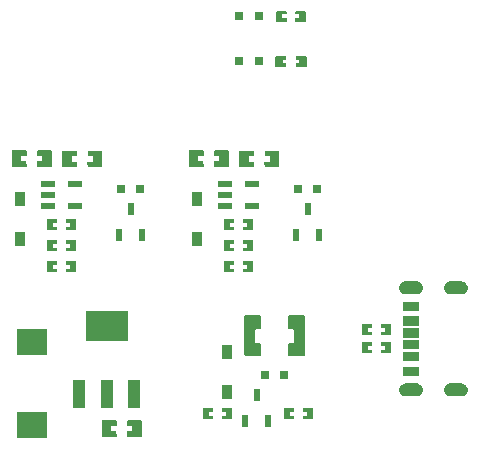
<source format=gtp>
G04 Layer: TopPasteMaskLayer*
G04 Panelize: Stamp Hole, Column: 2, Row: 2, Board Size: 58.42mm x 58.42mm, Panelized Board Size: 122.84mm x 122.84mm*
G04 EasyEDA v6.5.38, 2023-12-21 15:28:39*
G04 fd97eb0cb9c34c2b97cff67de17a6c99,5a6b42c53f6a479593ecc07194224c93,10*
G04 Gerber Generator version 0.2*
G04 Scale: 100 percent, Rotated: No, Reflected: No *
G04 Dimensions in millimeters *
G04 leading zeros omitted , absolute positions ,4 integer and 5 decimal *
%FSLAX45Y45*%
%MOMM*%

%AMMACRO1*21,1,$1,$2,0,0,$3*%
%ADD10R,0.9500X1.2000*%
%ADD11R,0.5320X1.0375*%
%ADD12R,0.8000X0.8000*%
%ADD13R,1.1570X0.4900*%
%ADD14R,1.1750X0.4900*%
%ADD15MACRO1,2.5921X2.2075X0.0000*%
%ADD16R,2.5920X2.2075*%
%ADD17R,1.0500X2.4650*%
%ADD18MACRO1,3.54X2.4651X0.0000*%
%ADD19C,0.0170*%

%LPD*%
G36*
X2631490Y2230018D02*
G01*
X2626512Y2224989D01*
X2626512Y2097024D01*
X2631490Y2091994D01*
X2746502Y2091994D01*
X2751480Y2097024D01*
X2750972Y2138984D01*
X2706979Y2138984D01*
X2706979Y2183993D01*
X2751988Y2183993D01*
X2751480Y2224989D01*
X2746502Y2230018D01*
G37*
G36*
X2846476Y2230018D02*
G01*
X2841498Y2224989D01*
X2842006Y2183993D01*
X2885998Y2183993D01*
X2885998Y2138984D01*
X2841498Y2138984D01*
X2841498Y2097024D01*
X2846476Y2091994D01*
X2961487Y2091994D01*
X2966516Y2097024D01*
X2966516Y2224989D01*
X2961487Y2230018D01*
G37*
G36*
X4268622Y5696508D02*
G01*
X4263593Y5691479D01*
X4263593Y5668721D01*
X4300575Y5668721D01*
X4300575Y5635701D01*
X4263593Y5635701D01*
X4263593Y5611520D01*
X4268622Y5606491D01*
X4348581Y5606491D01*
X4353610Y5611520D01*
X4353610Y5691479D01*
X4348581Y5696508D01*
G37*
G36*
X4109618Y5696508D02*
G01*
X4104589Y5691479D01*
X4104589Y5611520D01*
X4109618Y5606491D01*
X4188612Y5606491D01*
X4193590Y5611520D01*
X4193590Y5635701D01*
X4155592Y5635701D01*
X4155592Y5668721D01*
X4193590Y5668721D01*
X4193590Y5691479D01*
X4188612Y5696508D01*
G37*
G36*
X2166518Y3931208D02*
G01*
X2161489Y3926179D01*
X2161489Y3846220D01*
X2166518Y3841191D01*
X2246477Y3841191D01*
X2251506Y3846220D01*
X2251506Y3868978D01*
X2214473Y3868978D01*
X2214473Y3901998D01*
X2251506Y3901998D01*
X2251506Y3926179D01*
X2246477Y3931208D01*
G37*
G36*
X2326487Y3931208D02*
G01*
X2321509Y3926179D01*
X2321509Y3901998D01*
X2359507Y3901998D01*
X2359507Y3868978D01*
X2321509Y3868978D01*
X2321509Y3846220D01*
X2326487Y3841191D01*
X2405481Y3841191D01*
X2410510Y3846220D01*
X2410510Y3926179D01*
X2405481Y3931208D01*
G37*
G36*
X3665067Y3931208D02*
G01*
X3660089Y3926179D01*
X3660089Y3846169D01*
X3665067Y3841191D01*
X3745077Y3841191D01*
X3750106Y3846169D01*
X3750106Y3868978D01*
X3713073Y3868978D01*
X3713073Y3901998D01*
X3750106Y3901998D01*
X3750106Y3926179D01*
X3745077Y3931208D01*
G37*
G36*
X3825087Y3931208D02*
G01*
X3820109Y3926179D01*
X3820109Y3901998D01*
X3858107Y3901998D01*
X3858107Y3868978D01*
X3820109Y3868978D01*
X3820109Y3846169D01*
X3825087Y3841191D01*
X3904081Y3841191D01*
X3909110Y3846169D01*
X3909110Y3926179D01*
X3904081Y3931208D01*
G37*
G36*
X1869490Y4516018D02*
G01*
X1864512Y4510989D01*
X1864512Y4382973D01*
X1869490Y4377994D01*
X1984502Y4377994D01*
X1989480Y4382973D01*
X1988972Y4424984D01*
X1944979Y4424984D01*
X1944979Y4469993D01*
X1989988Y4469993D01*
X1989480Y4510989D01*
X1984502Y4516018D01*
G37*
G36*
X2084476Y4516018D02*
G01*
X2079498Y4510989D01*
X2080006Y4469993D01*
X2123998Y4469993D01*
X2123998Y4424984D01*
X2079498Y4424984D01*
X2079498Y4382973D01*
X2084476Y4377994D01*
X2199487Y4377994D01*
X2204516Y4382973D01*
X2204516Y4510989D01*
X2199487Y4516018D01*
G37*
G36*
X2511298Y4512005D02*
G01*
X2506319Y4506976D01*
X2506776Y4464964D01*
X2550820Y4464964D01*
X2550820Y4420006D01*
X2505811Y4420006D01*
X2506319Y4379010D01*
X2511298Y4373981D01*
X2626309Y4373981D01*
X2631287Y4379010D01*
X2631287Y4506976D01*
X2626309Y4512005D01*
G37*
G36*
X2296312Y4512005D02*
G01*
X2291283Y4506976D01*
X2291283Y4379010D01*
X2296312Y4373981D01*
X2411272Y4373981D01*
X2416302Y4379010D01*
X2415794Y4420006D01*
X2371801Y4420006D01*
X2371801Y4464964D01*
X2416302Y4464964D01*
X2416302Y4506976D01*
X2411272Y4512005D01*
G37*
G36*
X2325522Y3753408D02*
G01*
X2320493Y3748379D01*
X2320493Y3725570D01*
X2357475Y3725570D01*
X2357475Y3692601D01*
X2320493Y3692601D01*
X2320493Y3668369D01*
X2325522Y3663391D01*
X2405481Y3663391D01*
X2410510Y3668369D01*
X2410510Y3748379D01*
X2405481Y3753408D01*
G37*
G36*
X2166518Y3753408D02*
G01*
X2161489Y3748379D01*
X2161489Y3668369D01*
X2166518Y3663391D01*
X2245512Y3663391D01*
X2250490Y3668369D01*
X2250490Y3692601D01*
X2212492Y3692601D01*
X2212492Y3725570D01*
X2250490Y3725570D01*
X2250490Y3748379D01*
X2245512Y3753408D01*
G37*
G36*
X2166467Y3575608D02*
G01*
X2161489Y3570579D01*
X2161489Y3490620D01*
X2166467Y3485591D01*
X2246477Y3485591D01*
X2251506Y3490620D01*
X2251506Y3513378D01*
X2214473Y3513378D01*
X2214473Y3546398D01*
X2251506Y3546398D01*
X2251506Y3570579D01*
X2246477Y3575608D01*
G37*
G36*
X2326487Y3575608D02*
G01*
X2321509Y3570579D01*
X2321509Y3546398D01*
X2359507Y3546398D01*
X2359507Y3513378D01*
X2321509Y3513378D01*
X2321509Y3490620D01*
X2326487Y3485591D01*
X2405481Y3485591D01*
X2410510Y3490620D01*
X2410510Y3570579D01*
X2405481Y3575608D01*
G37*
G36*
X3665067Y3575608D02*
G01*
X3660089Y3570579D01*
X3660089Y3490569D01*
X3665067Y3485591D01*
X3745077Y3485591D01*
X3750106Y3490569D01*
X3750106Y3513378D01*
X3713073Y3513378D01*
X3713073Y3546398D01*
X3750106Y3546398D01*
X3750106Y3570579D01*
X3745077Y3575608D01*
G37*
G36*
X3825087Y3575608D02*
G01*
X3820109Y3570579D01*
X3820109Y3546398D01*
X3858107Y3546398D01*
X3858107Y3513378D01*
X3820109Y3513378D01*
X3820109Y3490569D01*
X3825087Y3485591D01*
X3904081Y3485591D01*
X3909110Y3490569D01*
X3909110Y3570579D01*
X3904081Y3575608D01*
G37*
G36*
X3824071Y3753408D02*
G01*
X3819093Y3748379D01*
X3819093Y3725570D01*
X3856075Y3725570D01*
X3856075Y3692601D01*
X3819093Y3692601D01*
X3819093Y3668369D01*
X3824071Y3663391D01*
X3904081Y3663391D01*
X3909110Y3668369D01*
X3909110Y3748379D01*
X3904081Y3753408D01*
G37*
G36*
X3665118Y3753408D02*
G01*
X3660089Y3748379D01*
X3660089Y3668369D01*
X3665118Y3663391D01*
X3744112Y3663391D01*
X3749090Y3668369D01*
X3749090Y3692601D01*
X3711092Y3692601D01*
X3711092Y3725570D01*
X3749090Y3725570D01*
X3749090Y3748379D01*
X3744112Y3753408D01*
G37*
G36*
X4009898Y4512005D02*
G01*
X4004868Y4506976D01*
X4005376Y4464964D01*
X4049369Y4464964D01*
X4049369Y4420006D01*
X4004411Y4420006D01*
X4004868Y4378960D01*
X4009898Y4373981D01*
X4124909Y4373981D01*
X4129887Y4378960D01*
X4129887Y4506976D01*
X4124909Y4512005D01*
G37*
G36*
X3794912Y4512005D02*
G01*
X3789883Y4506976D01*
X3789883Y4378960D01*
X3794912Y4373981D01*
X3909872Y4373981D01*
X3914901Y4378960D01*
X3914394Y4420006D01*
X3870401Y4420006D01*
X3870401Y4464964D01*
X3914901Y4464964D01*
X3914901Y4506976D01*
X3909872Y4512005D01*
G37*
G36*
X3368090Y4515967D02*
G01*
X3363061Y4510989D01*
X3363061Y4382973D01*
X3368090Y4377994D01*
X3483101Y4377994D01*
X3488080Y4382973D01*
X3487572Y4424984D01*
X3443579Y4424984D01*
X3443579Y4469993D01*
X3488588Y4469993D01*
X3488080Y4510989D01*
X3483101Y4515967D01*
G37*
G36*
X3583076Y4515967D02*
G01*
X3578098Y4510989D01*
X3578606Y4469993D01*
X3622598Y4469993D01*
X3622598Y4424984D01*
X3578098Y4424984D01*
X3578098Y4382973D01*
X3583076Y4377994D01*
X3698087Y4377994D01*
X3703065Y4382973D01*
X3703065Y4510989D01*
X3698087Y4515967D01*
G37*
G36*
X4099102Y5315508D02*
G01*
X4094073Y5310479D01*
X4094073Y5230520D01*
X4099102Y5225491D01*
X4184091Y5225491D01*
X4189120Y5230520D01*
X4189120Y5255514D01*
X4159097Y5255514D01*
X4159097Y5285486D01*
X4189120Y5285486D01*
X4189120Y5310479D01*
X4184091Y5315508D01*
G37*
G36*
X4274108Y5315508D02*
G01*
X4269079Y5310479D01*
X4269079Y5285486D01*
X4299102Y5285486D01*
X4299102Y5255514D01*
X4269079Y5255514D01*
X4269079Y5230520D01*
X4274108Y5225491D01*
X4359097Y5225491D01*
X4364075Y5230520D01*
X4364075Y5310479D01*
X4359097Y5315508D01*
G37*
G36*
X4992471Y3042208D02*
G01*
X4987493Y3037179D01*
X4987493Y3014421D01*
X5024475Y3014421D01*
X5024475Y2981401D01*
X4987493Y2981401D01*
X4987493Y2957169D01*
X4992471Y2952191D01*
X5072481Y2952191D01*
X5077510Y2957169D01*
X5077510Y3037179D01*
X5072481Y3042208D01*
G37*
G36*
X4833518Y3042208D02*
G01*
X4828489Y3037179D01*
X4828489Y2957169D01*
X4833518Y2952191D01*
X4912512Y2952191D01*
X4917490Y2957169D01*
X4917490Y2981401D01*
X4879492Y2981401D01*
X4879492Y3014421D01*
X4917490Y3014421D01*
X4917490Y3037179D01*
X4912512Y3042208D01*
G37*
G36*
X4992471Y2889808D02*
G01*
X4987493Y2884779D01*
X4987493Y2862021D01*
X5024475Y2862021D01*
X5024475Y2829001D01*
X4987493Y2829001D01*
X4987493Y2804769D01*
X4992471Y2799791D01*
X5072481Y2799791D01*
X5077510Y2804769D01*
X5077510Y2884779D01*
X5072481Y2889808D01*
G37*
G36*
X4833518Y2889808D02*
G01*
X4828489Y2884779D01*
X4828489Y2804769D01*
X4833518Y2799791D01*
X4912512Y2799791D01*
X4917490Y2804769D01*
X4917490Y2829001D01*
X4879492Y2829001D01*
X4879492Y2862021D01*
X4917490Y2862021D01*
X4917490Y2884779D01*
X4912512Y2889808D01*
G37*
G36*
X3646271Y2331008D02*
G01*
X3641293Y2325979D01*
X3641293Y2303170D01*
X3678275Y2303170D01*
X3678275Y2270201D01*
X3641293Y2270201D01*
X3641293Y2245969D01*
X3646271Y2240991D01*
X3726281Y2240991D01*
X3731310Y2245969D01*
X3731310Y2325979D01*
X3726281Y2331008D01*
G37*
G36*
X3487318Y2331008D02*
G01*
X3482289Y2325979D01*
X3482289Y2245969D01*
X3487318Y2240991D01*
X3566312Y2240991D01*
X3571290Y2245969D01*
X3571290Y2270201D01*
X3533292Y2270201D01*
X3533292Y2303170D01*
X3571290Y2303170D01*
X3571290Y2325979D01*
X3566312Y2331008D01*
G37*
G36*
X4332071Y2331008D02*
G01*
X4327093Y2325979D01*
X4327093Y2303170D01*
X4364075Y2303170D01*
X4364075Y2270201D01*
X4327093Y2270201D01*
X4327093Y2245969D01*
X4332071Y2240991D01*
X4412081Y2240991D01*
X4417110Y2245969D01*
X4417110Y2325979D01*
X4412081Y2331008D01*
G37*
G36*
X4173118Y2331008D02*
G01*
X4168089Y2325979D01*
X4168089Y2245969D01*
X4173118Y2240991D01*
X4252112Y2240991D01*
X4257090Y2245969D01*
X4257090Y2270201D01*
X4219092Y2270201D01*
X4219092Y2303170D01*
X4257090Y2303170D01*
X4257090Y2325979D01*
X4252112Y2331008D01*
G37*
G36*
X3843731Y3121355D02*
G01*
X3833723Y3111347D01*
X3833723Y2781452D01*
X3843731Y2771444D01*
X3964381Y2771444D01*
X3974388Y2781452D01*
X3974388Y2876905D01*
X3964381Y2886913D01*
X3936542Y2886913D01*
X3926586Y2896920D01*
X3926586Y2995879D01*
X3936542Y3005886D01*
X3964381Y3005886D01*
X3974388Y3015894D01*
X3974388Y3111347D01*
X3964381Y3121355D01*
G37*
G36*
X4214368Y3121355D02*
G01*
X4204411Y3111347D01*
X4204411Y3015894D01*
X4214368Y3005886D01*
X4242206Y3005886D01*
X4252214Y2995879D01*
X4252214Y2896920D01*
X4242206Y2886913D01*
X4214368Y2886913D01*
X4204411Y2876905D01*
X4204411Y2781452D01*
X4214368Y2771444D01*
X4335068Y2771444D01*
X4345076Y2781452D01*
X4345076Y3111347D01*
X4335068Y3121355D01*
G37*
G36*
X5200650Y3408019D02*
G01*
X5193893Y3407562D01*
X5187238Y3406343D01*
X5183987Y3405428D01*
X5177688Y3402939D01*
X5174640Y3401466D01*
X5168900Y3397910D01*
X5163616Y3393643D01*
X5158892Y3388766D01*
X5154828Y3383381D01*
X5151424Y3377539D01*
X5148783Y3371291D01*
X5146954Y3364788D01*
X5145887Y3358083D01*
X5145684Y3351326D01*
X5145887Y3347923D01*
X5146954Y3341217D01*
X5148783Y3334715D01*
X5151424Y3328466D01*
X5154828Y3322624D01*
X5158892Y3317189D01*
X5163616Y3312363D01*
X5168900Y3308096D01*
X5174640Y3304540D01*
X5180787Y3301695D01*
X5187238Y3299663D01*
X5193893Y3298393D01*
X5200650Y3297986D01*
X5294071Y3298088D01*
X5300776Y3298951D01*
X5307330Y3300577D01*
X5313680Y3303015D01*
X5319623Y3306216D01*
X5325160Y3310128D01*
X5330139Y3314700D01*
X5334558Y3319830D01*
X5338318Y3325520D01*
X5341315Y3331565D01*
X5343601Y3337966D01*
X5345023Y3344570D01*
X5345633Y3351326D01*
X5345430Y3358083D01*
X5344414Y3364788D01*
X5342534Y3371291D01*
X5339892Y3377539D01*
X5336540Y3383381D01*
X5332425Y3388766D01*
X5327751Y3393643D01*
X5322468Y3397910D01*
X5316677Y3401466D01*
X5310530Y3404260D01*
X5307330Y3405428D01*
X5300776Y3407054D01*
X5294071Y3407918D01*
G37*
G36*
X5200650Y2544013D02*
G01*
X5193893Y2543556D01*
X5187238Y2542336D01*
X5183987Y2541422D01*
X5177688Y2538933D01*
X5174640Y2537460D01*
X5168900Y2533904D01*
X5163616Y2529636D01*
X5158892Y2524760D01*
X5154828Y2519375D01*
X5151424Y2513533D01*
X5148783Y2507284D01*
X5146954Y2500782D01*
X5145887Y2494076D01*
X5145684Y2487320D01*
X5145887Y2483916D01*
X5146954Y2477211D01*
X5148783Y2470708D01*
X5151424Y2464460D01*
X5154828Y2458618D01*
X5158892Y2453182D01*
X5163616Y2448356D01*
X5168900Y2444089D01*
X5174640Y2440533D01*
X5180787Y2437688D01*
X5187238Y2435656D01*
X5193893Y2434386D01*
X5200650Y2433980D01*
X5294071Y2434082D01*
X5300776Y2434945D01*
X5307330Y2436571D01*
X5313680Y2439009D01*
X5319623Y2442210D01*
X5325160Y2446121D01*
X5330139Y2450693D01*
X5334558Y2455824D01*
X5338318Y2461514D01*
X5341315Y2467559D01*
X5343601Y2473960D01*
X5345023Y2480564D01*
X5345633Y2487320D01*
X5345430Y2494076D01*
X5344414Y2500782D01*
X5342534Y2507284D01*
X5339892Y2513533D01*
X5336540Y2519375D01*
X5332425Y2524760D01*
X5327751Y2529636D01*
X5322468Y2533904D01*
X5316677Y2537460D01*
X5310530Y2540254D01*
X5307330Y2541422D01*
X5300776Y2543048D01*
X5294071Y2543911D01*
G37*
G36*
X5580684Y2544013D02*
G01*
X5577281Y2543911D01*
X5570575Y2543048D01*
X5564022Y2541422D01*
X5557672Y2538933D01*
X5551728Y2535732D01*
X5548884Y2533904D01*
X5543651Y2529636D01*
X5538927Y2524760D01*
X5534812Y2519375D01*
X5531459Y2513533D01*
X5528818Y2507284D01*
X5526938Y2500782D01*
X5525922Y2494076D01*
X5525719Y2487320D01*
X5526328Y2480564D01*
X5526938Y2477211D01*
X5528818Y2470708D01*
X5531459Y2464460D01*
X5534812Y2458618D01*
X5538927Y2453182D01*
X5543651Y2448356D01*
X5548884Y2444089D01*
X5554675Y2440533D01*
X5560822Y2437688D01*
X5567273Y2435656D01*
X5573928Y2434386D01*
X5580684Y2433980D01*
X5674055Y2434082D01*
X5677458Y2434386D01*
X5684113Y2435656D01*
X5690565Y2437688D01*
X5696712Y2440533D01*
X5702452Y2444089D01*
X5707735Y2448356D01*
X5712460Y2453182D01*
X5716524Y2458618D01*
X5719927Y2464460D01*
X5722569Y2470708D01*
X5724398Y2477211D01*
X5725464Y2483916D01*
X5725668Y2490673D01*
X5725058Y2497429D01*
X5723585Y2504033D01*
X5721350Y2510434D01*
X5718302Y2516479D01*
X5714593Y2522118D01*
X5710174Y2527300D01*
X5705144Y2531821D01*
X5702452Y2533904D01*
X5696712Y2537460D01*
X5690565Y2540254D01*
X5687364Y2541422D01*
X5680811Y2543048D01*
X5674055Y2543911D01*
G37*
G36*
X5580684Y3408019D02*
G01*
X5577281Y3407918D01*
X5570575Y3407054D01*
X5564022Y3405428D01*
X5557672Y3402939D01*
X5551728Y3399739D01*
X5548884Y3397910D01*
X5543651Y3393643D01*
X5538927Y3388766D01*
X5534812Y3383381D01*
X5531459Y3377539D01*
X5528818Y3371291D01*
X5526938Y3364788D01*
X5525922Y3358083D01*
X5525719Y3351326D01*
X5526328Y3344570D01*
X5526938Y3341217D01*
X5528818Y3334715D01*
X5531459Y3328466D01*
X5534812Y3322624D01*
X5538927Y3317189D01*
X5543651Y3312363D01*
X5548884Y3308096D01*
X5554675Y3304540D01*
X5560822Y3301695D01*
X5567273Y3299663D01*
X5573928Y3298393D01*
X5580684Y3297986D01*
X5674055Y3298088D01*
X5677458Y3298393D01*
X5684113Y3299663D01*
X5690565Y3301695D01*
X5696712Y3304540D01*
X5702452Y3308096D01*
X5707735Y3312363D01*
X5712460Y3317189D01*
X5716524Y3322624D01*
X5719927Y3328466D01*
X5722569Y3334715D01*
X5724398Y3341217D01*
X5725464Y3347923D01*
X5725668Y3354679D01*
X5725058Y3361436D01*
X5723585Y3368040D01*
X5721350Y3374440D01*
X5718302Y3380486D01*
X5714593Y3386124D01*
X5710174Y3391306D01*
X5705144Y3395827D01*
X5702452Y3397910D01*
X5696712Y3401466D01*
X5690565Y3404260D01*
X5687364Y3405428D01*
X5680811Y3407054D01*
X5674055Y3407918D01*
G37*
G36*
X5175910Y2910992D02*
G01*
X5175910Y2830982D01*
X5315915Y2830982D01*
X5315915Y2910992D01*
G37*
G36*
X5175910Y3010966D02*
G01*
X5175910Y2931007D01*
X5315915Y2931007D01*
X5315915Y3010966D01*
G37*
G36*
X5175758Y3112973D02*
G01*
X5175758Y3033014D01*
X5315762Y3033014D01*
X5315762Y3112973D01*
G37*
G36*
X5175504Y2808986D02*
G01*
X5175504Y2728976D01*
X5315508Y2728976D01*
X5315508Y2808986D01*
G37*
G36*
X5175656Y3236010D02*
G01*
X5175656Y3156000D01*
X5315661Y3156000D01*
X5315661Y3236010D01*
G37*
G36*
X5175656Y2685999D02*
G01*
X5175656Y2605989D01*
X5315661Y2605989D01*
X5315661Y2685999D01*
G37*
D10*
G01*
X1930400Y4107002D03*
G01*
X1930400Y3766997D03*
D11*
G01*
X2775204Y3801465D03*
G01*
X2965195Y3801465D03*
G01*
X2870200Y4021709D03*
D12*
G01*
X2790240Y4190644D03*
G01*
X2950159Y4191330D03*
D13*
G01*
X3669233Y4235195D03*
G01*
X3669233Y4140200D03*
G01*
X3669233Y4045204D03*
D14*
G01*
X3899966Y4045204D03*
G01*
X3899966Y4235195D03*
D12*
G01*
X4288840Y4190644D03*
G01*
X4448759Y4191330D03*
D11*
G01*
X4273778Y3801465D03*
G01*
X4463795Y3801465D03*
G01*
X4368800Y4021709D03*
D10*
G01*
X3429000Y4107002D03*
G01*
X3429000Y3766997D03*
D13*
G01*
X2170633Y4235195D03*
G01*
X2170633Y4140200D03*
G01*
X2170633Y4045204D03*
D14*
G01*
X2401366Y4045204D03*
G01*
X2401366Y4235195D03*
D10*
G01*
X3683863Y2811602D03*
G01*
X3683863Y2471597D03*
D15*
G01*
X2031987Y2891116D03*
D16*
G01*
X2032000Y2188870D03*
D12*
G01*
X4169333Y2616530D03*
G01*
X4009440Y2615844D03*
G01*
X3958590Y5270500D03*
G01*
X3788409Y5270500D03*
G01*
X3958590Y5651500D03*
G01*
X3788409Y5651500D03*
D17*
G01*
X2437008Y2457455D03*
G01*
X2667005Y2457455D03*
G01*
X2897002Y2457455D03*
D18*
G01*
X2666987Y3028937D03*
D11*
G01*
X3841978Y2226665D03*
G01*
X4031995Y2226665D03*
G01*
X3937000Y2446909D03*
M02*

</source>
